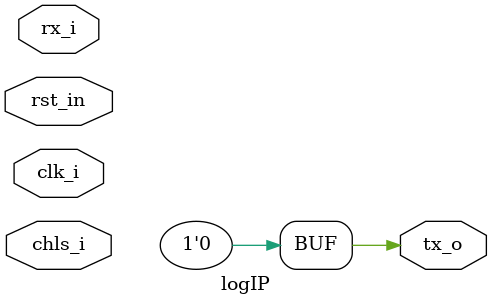
<source format=sv>
/*
 * file: logIP.sv
 * usage: Top level module for logIP.
 *
 */

`default_nettype wire
`timescale 1ns/1ps

module logIP #( parameter WIDTH = 32,
                parameter UART_CLK_PER_BIT = 10) (
  input  logic              clk_i,    //! system clock
  input  logic              rst_in,   //! system reset
  input  logic [WIDTH-1:0]  chls_i,   //! input channels
  input  logic              rx_i,     //! uart receive
  output logic              tx_o      //! uart transmit
);

assign tx_o = 'b0;
// TODO

endmodule
</source>
